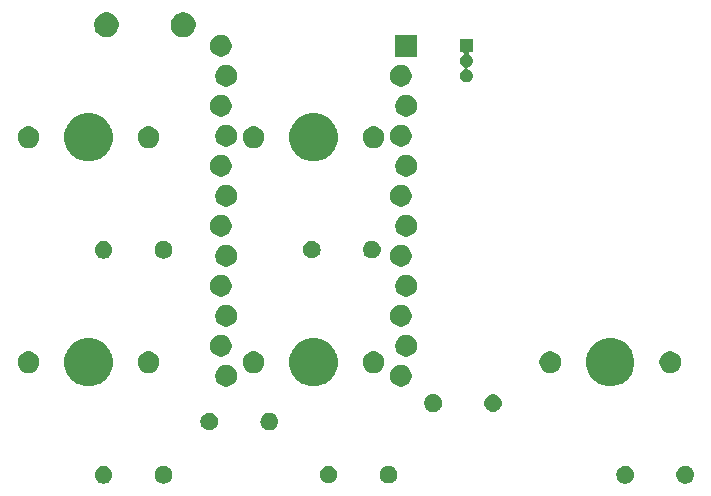
<source format=gbr>
G04 #@! TF.GenerationSoftware,KiCad,Pcbnew,(5.1.4)-1*
G04 #@! TF.CreationDate,2020-08-10T14:14:40+08:00*
G04 #@! TF.ProjectId,BentoPad,42656e74-6f50-4616-942e-6b696361645f,rev?*
G04 #@! TF.SameCoordinates,Original*
G04 #@! TF.FileFunction,Soldermask,Top*
G04 #@! TF.FilePolarity,Negative*
%FSLAX46Y46*%
G04 Gerber Fmt 4.6, Leading zero omitted, Abs format (unit mm)*
G04 Created by KiCad (PCBNEW (5.1.4)-1) date 2020-08-10 14:14:40*
%MOMM*%
%LPD*%
G04 APERTURE LIST*
%ADD10C,0.100000*%
G04 APERTURE END LIST*
D10*
G36*
X83073665Y-64552622D02*
G01*
X83147222Y-64559867D01*
X83288786Y-64602810D01*
X83288788Y-64602811D01*
X83348019Y-64634471D01*
X83419252Y-64672546D01*
X83449040Y-64696992D01*
X83533607Y-64766393D01*
X83603008Y-64850960D01*
X83627454Y-64880748D01*
X83697190Y-65011214D01*
X83740133Y-65152778D01*
X83754633Y-65300000D01*
X83740133Y-65447222D01*
X83697190Y-65588786D01*
X83627454Y-65719252D01*
X83603008Y-65749040D01*
X83533607Y-65833607D01*
X83473004Y-65883341D01*
X83419252Y-65927454D01*
X83419250Y-65927455D01*
X83307497Y-65987189D01*
X83288786Y-65997190D01*
X83147222Y-66040133D01*
X83073665Y-66047378D01*
X83036888Y-66051000D01*
X82963112Y-66051000D01*
X82926335Y-66047378D01*
X82852778Y-66040133D01*
X82711214Y-65997190D01*
X82692504Y-65987189D01*
X82580750Y-65927455D01*
X82580748Y-65927454D01*
X82526996Y-65883341D01*
X82466393Y-65833607D01*
X82396992Y-65749040D01*
X82372546Y-65719252D01*
X82302810Y-65588786D01*
X82259867Y-65447222D01*
X82245367Y-65300000D01*
X82259867Y-65152778D01*
X82302810Y-65011214D01*
X82372546Y-64880748D01*
X82396992Y-64850960D01*
X82466393Y-64766393D01*
X82550960Y-64696992D01*
X82580748Y-64672546D01*
X82651981Y-64634471D01*
X82711212Y-64602811D01*
X82711214Y-64602810D01*
X82852778Y-64559867D01*
X82926335Y-64552622D01*
X82963112Y-64549000D01*
X83036888Y-64549000D01*
X83073665Y-64552622D01*
X83073665Y-64552622D01*
G37*
G36*
X78139059Y-64577860D02*
G01*
X78199294Y-64602810D01*
X78275732Y-64634472D01*
X78398735Y-64716660D01*
X78503340Y-64821265D01*
X78585528Y-64944268D01*
X78585529Y-64944270D01*
X78642140Y-65080941D01*
X78671000Y-65226032D01*
X78671000Y-65373968D01*
X78658418Y-65437222D01*
X78642140Y-65519059D01*
X78585528Y-65655732D01*
X78503340Y-65778735D01*
X78398735Y-65883340D01*
X78275732Y-65965528D01*
X78275731Y-65965529D01*
X78275730Y-65965529D01*
X78139059Y-66022140D01*
X77993968Y-66051000D01*
X77846032Y-66051000D01*
X77700941Y-66022140D01*
X77564270Y-65965529D01*
X77564269Y-65965529D01*
X77564268Y-65965528D01*
X77441265Y-65883340D01*
X77336660Y-65778735D01*
X77254472Y-65655732D01*
X77197860Y-65519059D01*
X77181582Y-65437222D01*
X77169000Y-65373968D01*
X77169000Y-65226032D01*
X77197860Y-65080941D01*
X77254471Y-64944270D01*
X77254472Y-64944268D01*
X77336660Y-64821265D01*
X77441265Y-64716660D01*
X77564268Y-64634472D01*
X77640707Y-64602810D01*
X77700941Y-64577860D01*
X77846032Y-64549000D01*
X77993968Y-64549000D01*
X78139059Y-64577860D01*
X78139059Y-64577860D01*
G37*
G36*
X38893665Y-64552622D02*
G01*
X38967222Y-64559867D01*
X39108786Y-64602810D01*
X39108788Y-64602811D01*
X39168019Y-64634471D01*
X39239252Y-64672546D01*
X39269040Y-64696992D01*
X39353607Y-64766393D01*
X39423008Y-64850960D01*
X39447454Y-64880748D01*
X39517190Y-65011214D01*
X39560133Y-65152778D01*
X39574633Y-65300000D01*
X39560133Y-65447222D01*
X39517190Y-65588786D01*
X39447454Y-65719252D01*
X39423008Y-65749040D01*
X39353607Y-65833607D01*
X39293004Y-65883341D01*
X39239252Y-65927454D01*
X39239250Y-65927455D01*
X39127497Y-65987189D01*
X39108786Y-65997190D01*
X38967222Y-66040133D01*
X38893665Y-66047378D01*
X38856888Y-66051000D01*
X38783112Y-66051000D01*
X38746335Y-66047378D01*
X38672778Y-66040133D01*
X38531214Y-65997190D01*
X38512504Y-65987189D01*
X38400750Y-65927455D01*
X38400748Y-65927454D01*
X38346996Y-65883341D01*
X38286393Y-65833607D01*
X38216992Y-65749040D01*
X38192546Y-65719252D01*
X38122810Y-65588786D01*
X38079867Y-65447222D01*
X38065367Y-65300000D01*
X38079867Y-65152778D01*
X38122810Y-65011214D01*
X38192546Y-64880748D01*
X38216992Y-64850960D01*
X38286393Y-64766393D01*
X38370960Y-64696992D01*
X38400748Y-64672546D01*
X38471981Y-64634471D01*
X38531212Y-64602811D01*
X38531214Y-64602810D01*
X38672778Y-64559867D01*
X38746335Y-64552622D01*
X38783112Y-64549000D01*
X38856888Y-64549000D01*
X38893665Y-64552622D01*
X38893665Y-64552622D01*
G37*
G36*
X33959059Y-64577860D02*
G01*
X34019294Y-64602810D01*
X34095732Y-64634472D01*
X34218735Y-64716660D01*
X34323340Y-64821265D01*
X34405528Y-64944268D01*
X34405529Y-64944270D01*
X34462140Y-65080941D01*
X34491000Y-65226032D01*
X34491000Y-65373968D01*
X34478418Y-65437222D01*
X34462140Y-65519059D01*
X34405528Y-65655732D01*
X34323340Y-65778735D01*
X34218735Y-65883340D01*
X34095732Y-65965528D01*
X34095731Y-65965529D01*
X34095730Y-65965529D01*
X33959059Y-66022140D01*
X33813968Y-66051000D01*
X33666032Y-66051000D01*
X33520941Y-66022140D01*
X33384270Y-65965529D01*
X33384269Y-65965529D01*
X33384268Y-65965528D01*
X33261265Y-65883340D01*
X33156660Y-65778735D01*
X33074472Y-65655732D01*
X33017860Y-65519059D01*
X33001582Y-65437222D01*
X32989000Y-65373968D01*
X32989000Y-65226032D01*
X33017860Y-65080941D01*
X33074471Y-64944270D01*
X33074472Y-64944268D01*
X33156660Y-64821265D01*
X33261265Y-64716660D01*
X33384268Y-64634472D01*
X33460707Y-64602810D01*
X33520941Y-64577860D01*
X33666032Y-64549000D01*
X33813968Y-64549000D01*
X33959059Y-64577860D01*
X33959059Y-64577860D01*
G37*
G36*
X53009059Y-64567860D02*
G01*
X53093436Y-64602810D01*
X53145732Y-64624472D01*
X53268735Y-64706660D01*
X53373340Y-64811265D01*
X53419767Y-64880748D01*
X53455529Y-64934270D01*
X53512140Y-65070941D01*
X53528419Y-65152780D01*
X53541000Y-65216033D01*
X53541000Y-65363967D01*
X53512140Y-65509059D01*
X53455528Y-65645732D01*
X53373340Y-65768735D01*
X53268735Y-65873340D01*
X53145732Y-65955528D01*
X53145731Y-65955529D01*
X53145730Y-65955529D01*
X53009059Y-66012140D01*
X52863968Y-66041000D01*
X52716032Y-66041000D01*
X52570941Y-66012140D01*
X52434270Y-65955529D01*
X52434269Y-65955529D01*
X52434268Y-65955528D01*
X52311265Y-65873340D01*
X52206660Y-65768735D01*
X52124472Y-65645732D01*
X52067860Y-65509059D01*
X52039000Y-65363967D01*
X52039000Y-65216033D01*
X52051582Y-65152780D01*
X52067860Y-65070941D01*
X52124471Y-64934270D01*
X52160233Y-64880748D01*
X52206660Y-64811265D01*
X52311265Y-64706660D01*
X52434268Y-64624472D01*
X52486565Y-64602810D01*
X52570941Y-64567860D01*
X52716032Y-64539000D01*
X52863968Y-64539000D01*
X53009059Y-64567860D01*
X53009059Y-64567860D01*
G37*
G36*
X57943665Y-64542622D02*
G01*
X58017222Y-64549867D01*
X58158786Y-64592810D01*
X58158788Y-64592811D01*
X58218019Y-64624471D01*
X58289252Y-64662546D01*
X58301437Y-64672546D01*
X58403607Y-64756393D01*
X58456846Y-64821267D01*
X58497454Y-64870748D01*
X58567190Y-65001214D01*
X58610133Y-65142778D01*
X58624633Y-65290000D01*
X58610133Y-65437222D01*
X58567190Y-65578786D01*
X58497454Y-65709252D01*
X58489247Y-65719252D01*
X58403607Y-65823607D01*
X58343004Y-65873341D01*
X58289252Y-65917454D01*
X58224019Y-65952322D01*
X58199313Y-65965528D01*
X58158786Y-65987190D01*
X58017222Y-66030133D01*
X57943665Y-66037378D01*
X57906888Y-66041000D01*
X57833112Y-66041000D01*
X57796335Y-66037378D01*
X57722778Y-66030133D01*
X57581214Y-65987190D01*
X57540688Y-65965528D01*
X57515981Y-65952322D01*
X57450748Y-65917454D01*
X57396996Y-65873341D01*
X57336393Y-65823607D01*
X57250753Y-65719252D01*
X57242546Y-65709252D01*
X57172810Y-65578786D01*
X57129867Y-65437222D01*
X57115367Y-65290000D01*
X57129867Y-65142778D01*
X57172810Y-65001214D01*
X57242546Y-64870748D01*
X57283154Y-64821267D01*
X57336393Y-64756393D01*
X57438563Y-64672546D01*
X57450748Y-64662546D01*
X57521981Y-64624471D01*
X57581212Y-64592811D01*
X57581214Y-64592810D01*
X57722778Y-64549867D01*
X57796335Y-64542622D01*
X57833112Y-64539000D01*
X57906888Y-64539000D01*
X57943665Y-64542622D01*
X57943665Y-64542622D01*
G37*
G36*
X47853665Y-60052622D02*
G01*
X47927222Y-60059867D01*
X48068786Y-60102810D01*
X48199252Y-60172546D01*
X48229040Y-60196992D01*
X48313607Y-60266393D01*
X48383008Y-60350960D01*
X48407454Y-60380748D01*
X48477190Y-60511214D01*
X48520133Y-60652778D01*
X48534633Y-60800000D01*
X48520133Y-60947222D01*
X48477190Y-61088786D01*
X48407454Y-61219252D01*
X48383008Y-61249040D01*
X48313607Y-61333607D01*
X48253004Y-61383341D01*
X48199252Y-61427454D01*
X48068786Y-61497190D01*
X47927222Y-61540133D01*
X47853665Y-61547378D01*
X47816888Y-61551000D01*
X47743112Y-61551000D01*
X47706335Y-61547378D01*
X47632778Y-61540133D01*
X47491214Y-61497190D01*
X47360748Y-61427454D01*
X47306996Y-61383341D01*
X47246393Y-61333607D01*
X47176992Y-61249040D01*
X47152546Y-61219252D01*
X47082810Y-61088786D01*
X47039867Y-60947222D01*
X47025367Y-60800000D01*
X47039867Y-60652778D01*
X47082810Y-60511214D01*
X47152546Y-60380748D01*
X47176992Y-60350960D01*
X47246393Y-60266393D01*
X47330960Y-60196992D01*
X47360748Y-60172546D01*
X47491214Y-60102810D01*
X47632778Y-60059867D01*
X47706335Y-60052622D01*
X47743112Y-60049000D01*
X47816888Y-60049000D01*
X47853665Y-60052622D01*
X47853665Y-60052622D01*
G37*
G36*
X42919059Y-60077860D02*
G01*
X42979294Y-60102810D01*
X43055732Y-60134472D01*
X43178735Y-60216660D01*
X43283340Y-60321265D01*
X43365528Y-60444268D01*
X43422140Y-60580941D01*
X43451000Y-60726033D01*
X43451000Y-60873967D01*
X43422140Y-61019059D01*
X43365528Y-61155732D01*
X43283340Y-61278735D01*
X43178735Y-61383340D01*
X43055732Y-61465528D01*
X43055731Y-61465529D01*
X43055730Y-61465529D01*
X42919059Y-61522140D01*
X42773968Y-61551000D01*
X42626032Y-61551000D01*
X42480941Y-61522140D01*
X42344270Y-61465529D01*
X42344269Y-61465529D01*
X42344268Y-61465528D01*
X42221265Y-61383340D01*
X42116660Y-61278735D01*
X42034472Y-61155732D01*
X41977860Y-61019059D01*
X41949000Y-60873967D01*
X41949000Y-60726033D01*
X41977860Y-60580941D01*
X42034472Y-60444268D01*
X42116660Y-60321265D01*
X42221265Y-60216660D01*
X42344268Y-60134472D01*
X42420707Y-60102810D01*
X42480941Y-60077860D01*
X42626032Y-60049000D01*
X42773968Y-60049000D01*
X42919059Y-60077860D01*
X42919059Y-60077860D01*
G37*
G36*
X61869059Y-58507860D02*
G01*
X61929294Y-58532810D01*
X62005732Y-58564472D01*
X62128735Y-58646660D01*
X62233340Y-58751265D01*
X62315528Y-58874268D01*
X62372140Y-59010941D01*
X62401000Y-59156033D01*
X62401000Y-59303967D01*
X62372140Y-59449059D01*
X62315528Y-59585732D01*
X62233340Y-59708735D01*
X62128735Y-59813340D01*
X62005732Y-59895528D01*
X62005731Y-59895529D01*
X62005730Y-59895529D01*
X61869059Y-59952140D01*
X61723968Y-59981000D01*
X61576032Y-59981000D01*
X61430941Y-59952140D01*
X61294270Y-59895529D01*
X61294269Y-59895529D01*
X61294268Y-59895528D01*
X61171265Y-59813340D01*
X61066660Y-59708735D01*
X60984472Y-59585732D01*
X60927860Y-59449059D01*
X60899000Y-59303967D01*
X60899000Y-59156033D01*
X60927860Y-59010941D01*
X60984472Y-58874268D01*
X61066660Y-58751265D01*
X61171265Y-58646660D01*
X61294268Y-58564472D01*
X61370707Y-58532810D01*
X61430941Y-58507860D01*
X61576032Y-58479000D01*
X61723968Y-58479000D01*
X61869059Y-58507860D01*
X61869059Y-58507860D01*
G37*
G36*
X66803665Y-58482622D02*
G01*
X66877222Y-58489867D01*
X67018786Y-58532810D01*
X67149252Y-58602546D01*
X67179040Y-58626992D01*
X67263607Y-58696393D01*
X67333008Y-58780960D01*
X67357454Y-58810748D01*
X67427190Y-58941214D01*
X67470133Y-59082778D01*
X67484633Y-59230000D01*
X67470133Y-59377222D01*
X67427190Y-59518786D01*
X67357454Y-59649252D01*
X67333008Y-59679040D01*
X67263607Y-59763607D01*
X67203004Y-59813341D01*
X67149252Y-59857454D01*
X67018786Y-59927190D01*
X66877222Y-59970133D01*
X66803665Y-59977378D01*
X66766888Y-59981000D01*
X66693112Y-59981000D01*
X66656335Y-59977378D01*
X66582778Y-59970133D01*
X66441214Y-59927190D01*
X66310748Y-59857454D01*
X66256996Y-59813341D01*
X66196393Y-59763607D01*
X66126992Y-59679040D01*
X66102546Y-59649252D01*
X66032810Y-59518786D01*
X65989867Y-59377222D01*
X65975367Y-59230000D01*
X65989867Y-59082778D01*
X66032810Y-58941214D01*
X66102546Y-58810748D01*
X66126992Y-58780960D01*
X66196393Y-58696393D01*
X66280960Y-58626992D01*
X66310748Y-58602546D01*
X66441214Y-58532810D01*
X66582778Y-58489867D01*
X66656335Y-58482622D01*
X66693112Y-58479000D01*
X66766888Y-58479000D01*
X66803665Y-58482622D01*
X66803665Y-58482622D01*
G37*
G36*
X44404083Y-56028335D02*
G01*
X44572840Y-56098236D01*
X44724718Y-56199718D01*
X44853882Y-56328882D01*
X44955364Y-56480760D01*
X45025265Y-56649517D01*
X45060900Y-56828668D01*
X45060900Y-57011332D01*
X45025265Y-57190483D01*
X44955364Y-57359240D01*
X44853882Y-57511118D01*
X44724718Y-57640282D01*
X44572840Y-57741764D01*
X44404083Y-57811665D01*
X44224932Y-57847300D01*
X44042268Y-57847300D01*
X43863117Y-57811665D01*
X43694360Y-57741764D01*
X43542482Y-57640282D01*
X43413318Y-57511118D01*
X43311836Y-57359240D01*
X43241935Y-57190483D01*
X43206300Y-57011332D01*
X43206300Y-56828668D01*
X43241935Y-56649517D01*
X43311836Y-56480760D01*
X43413318Y-56328882D01*
X43542482Y-56199718D01*
X43694360Y-56098236D01*
X43863117Y-56028335D01*
X44042268Y-55992700D01*
X44224932Y-55992700D01*
X44404083Y-56028335D01*
X44404083Y-56028335D01*
G37*
G36*
X59186883Y-56028335D02*
G01*
X59355640Y-56098236D01*
X59507518Y-56199718D01*
X59636682Y-56328882D01*
X59738164Y-56480760D01*
X59808065Y-56649517D01*
X59843700Y-56828668D01*
X59843700Y-57011332D01*
X59808065Y-57190483D01*
X59738164Y-57359240D01*
X59636682Y-57511118D01*
X59507518Y-57640282D01*
X59355640Y-57741764D01*
X59186883Y-57811665D01*
X59007732Y-57847300D01*
X58825068Y-57847300D01*
X58645917Y-57811665D01*
X58477160Y-57741764D01*
X58325282Y-57640282D01*
X58196118Y-57511118D01*
X58094636Y-57359240D01*
X58024735Y-57190483D01*
X57989100Y-57011332D01*
X57989100Y-56828668D01*
X58024735Y-56649517D01*
X58094636Y-56480760D01*
X58196118Y-56328882D01*
X58325282Y-56199718D01*
X58477160Y-56098236D01*
X58645917Y-56028335D01*
X58825068Y-55992700D01*
X59007732Y-55992700D01*
X59186883Y-56028335D01*
X59186883Y-56028335D01*
G37*
G36*
X33071474Y-53808684D02*
G01*
X33289474Y-53898983D01*
X33443623Y-53962833D01*
X33778548Y-54186623D01*
X34063377Y-54471452D01*
X34287167Y-54806377D01*
X34319562Y-54884586D01*
X34441316Y-55178526D01*
X34519900Y-55573594D01*
X34519900Y-55976406D01*
X34441316Y-56371474D01*
X34390451Y-56494272D01*
X34287167Y-56743623D01*
X34063377Y-57078548D01*
X33778548Y-57363377D01*
X33443623Y-57587167D01*
X33315394Y-57640281D01*
X33071474Y-57741316D01*
X32676406Y-57819900D01*
X32273594Y-57819900D01*
X31878526Y-57741316D01*
X31634606Y-57640281D01*
X31506377Y-57587167D01*
X31171452Y-57363377D01*
X30886623Y-57078548D01*
X30662833Y-56743623D01*
X30559549Y-56494272D01*
X30508684Y-56371474D01*
X30430100Y-55976406D01*
X30430100Y-55573594D01*
X30508684Y-55178526D01*
X30630438Y-54884586D01*
X30662833Y-54806377D01*
X30886623Y-54471452D01*
X31171452Y-54186623D01*
X31506377Y-53962833D01*
X31660526Y-53898983D01*
X31878526Y-53808684D01*
X32273594Y-53730100D01*
X32676406Y-53730100D01*
X33071474Y-53808684D01*
X33071474Y-53808684D01*
G37*
G36*
X52121474Y-53808684D02*
G01*
X52339474Y-53898983D01*
X52493623Y-53962833D01*
X52828548Y-54186623D01*
X53113377Y-54471452D01*
X53337167Y-54806377D01*
X53369562Y-54884586D01*
X53491316Y-55178526D01*
X53569900Y-55573594D01*
X53569900Y-55976406D01*
X53491316Y-56371474D01*
X53440451Y-56494272D01*
X53337167Y-56743623D01*
X53113377Y-57078548D01*
X52828548Y-57363377D01*
X52493623Y-57587167D01*
X52365394Y-57640281D01*
X52121474Y-57741316D01*
X51726406Y-57819900D01*
X51323594Y-57819900D01*
X50928526Y-57741316D01*
X50684606Y-57640281D01*
X50556377Y-57587167D01*
X50221452Y-57363377D01*
X49936623Y-57078548D01*
X49712833Y-56743623D01*
X49609549Y-56494272D01*
X49558684Y-56371474D01*
X49480100Y-55976406D01*
X49480100Y-55573594D01*
X49558684Y-55178526D01*
X49680438Y-54884586D01*
X49712833Y-54806377D01*
X49936623Y-54471452D01*
X50221452Y-54186623D01*
X50556377Y-53962833D01*
X50710526Y-53898983D01*
X50928526Y-53808684D01*
X51323594Y-53730100D01*
X51726406Y-53730100D01*
X52121474Y-53808684D01*
X52121474Y-53808684D01*
G37*
G36*
X77246474Y-53808684D02*
G01*
X77464474Y-53898983D01*
X77618623Y-53962833D01*
X77953548Y-54186623D01*
X78238377Y-54471452D01*
X78462167Y-54806377D01*
X78494562Y-54884586D01*
X78616316Y-55178526D01*
X78694900Y-55573594D01*
X78694900Y-55976406D01*
X78616316Y-56371474D01*
X78565451Y-56494272D01*
X78462167Y-56743623D01*
X78238377Y-57078548D01*
X77953548Y-57363377D01*
X77618623Y-57587167D01*
X77490394Y-57640281D01*
X77246474Y-57741316D01*
X76851406Y-57819900D01*
X76448594Y-57819900D01*
X76053526Y-57741316D01*
X75809606Y-57640281D01*
X75681377Y-57587167D01*
X75346452Y-57363377D01*
X75061623Y-57078548D01*
X74837833Y-56743623D01*
X74734549Y-56494272D01*
X74683684Y-56371474D01*
X74605100Y-55976406D01*
X74605100Y-55573594D01*
X74683684Y-55178526D01*
X74805438Y-54884586D01*
X74837833Y-54806377D01*
X75061623Y-54471452D01*
X75346452Y-54186623D01*
X75681377Y-53962833D01*
X75835526Y-53898983D01*
X76053526Y-53808684D01*
X76448594Y-53730100D01*
X76851406Y-53730100D01*
X77246474Y-53808684D01*
X77246474Y-53808684D01*
G37*
G36*
X37825104Y-54884585D02*
G01*
X37993626Y-54954389D01*
X38145291Y-55055728D01*
X38274272Y-55184709D01*
X38375611Y-55336374D01*
X38445415Y-55504896D01*
X38481000Y-55683797D01*
X38481000Y-55866203D01*
X38445415Y-56045104D01*
X38375611Y-56213626D01*
X38274272Y-56365291D01*
X38145291Y-56494272D01*
X37993626Y-56595611D01*
X37825104Y-56665415D01*
X37646203Y-56701000D01*
X37463797Y-56701000D01*
X37284896Y-56665415D01*
X37116374Y-56595611D01*
X36964709Y-56494272D01*
X36835728Y-56365291D01*
X36734389Y-56213626D01*
X36664585Y-56045104D01*
X36629000Y-55866203D01*
X36629000Y-55683797D01*
X36664585Y-55504896D01*
X36734389Y-55336374D01*
X36835728Y-55184709D01*
X36964709Y-55055728D01*
X37116374Y-54954389D01*
X37284896Y-54884585D01*
X37463797Y-54849000D01*
X37646203Y-54849000D01*
X37825104Y-54884585D01*
X37825104Y-54884585D01*
G37*
G36*
X46715104Y-54884585D02*
G01*
X46883626Y-54954389D01*
X47035291Y-55055728D01*
X47164272Y-55184709D01*
X47265611Y-55336374D01*
X47335415Y-55504896D01*
X47371000Y-55683797D01*
X47371000Y-55866203D01*
X47335415Y-56045104D01*
X47265611Y-56213626D01*
X47164272Y-56365291D01*
X47035291Y-56494272D01*
X46883626Y-56595611D01*
X46715104Y-56665415D01*
X46536203Y-56701000D01*
X46353797Y-56701000D01*
X46174896Y-56665415D01*
X46006374Y-56595611D01*
X45854709Y-56494272D01*
X45725728Y-56365291D01*
X45624389Y-56213626D01*
X45554585Y-56045104D01*
X45519000Y-55866203D01*
X45519000Y-55683797D01*
X45554585Y-55504896D01*
X45624389Y-55336374D01*
X45725728Y-55184709D01*
X45854709Y-55055728D01*
X46006374Y-54954389D01*
X46174896Y-54884585D01*
X46353797Y-54849000D01*
X46536203Y-54849000D01*
X46715104Y-54884585D01*
X46715104Y-54884585D01*
G37*
G36*
X27665104Y-54884585D02*
G01*
X27833626Y-54954389D01*
X27985291Y-55055728D01*
X28114272Y-55184709D01*
X28215611Y-55336374D01*
X28285415Y-55504896D01*
X28321000Y-55683797D01*
X28321000Y-55866203D01*
X28285415Y-56045104D01*
X28215611Y-56213626D01*
X28114272Y-56365291D01*
X27985291Y-56494272D01*
X27833626Y-56595611D01*
X27665104Y-56665415D01*
X27486203Y-56701000D01*
X27303797Y-56701000D01*
X27124896Y-56665415D01*
X26956374Y-56595611D01*
X26804709Y-56494272D01*
X26675728Y-56365291D01*
X26574389Y-56213626D01*
X26504585Y-56045104D01*
X26469000Y-55866203D01*
X26469000Y-55683797D01*
X26504585Y-55504896D01*
X26574389Y-55336374D01*
X26675728Y-55184709D01*
X26804709Y-55055728D01*
X26956374Y-54954389D01*
X27124896Y-54884585D01*
X27303797Y-54849000D01*
X27486203Y-54849000D01*
X27665104Y-54884585D01*
X27665104Y-54884585D01*
G37*
G36*
X56875104Y-54884585D02*
G01*
X57043626Y-54954389D01*
X57195291Y-55055728D01*
X57324272Y-55184709D01*
X57425611Y-55336374D01*
X57495415Y-55504896D01*
X57531000Y-55683797D01*
X57531000Y-55866203D01*
X57495415Y-56045104D01*
X57425611Y-56213626D01*
X57324272Y-56365291D01*
X57195291Y-56494272D01*
X57043626Y-56595611D01*
X56875104Y-56665415D01*
X56696203Y-56701000D01*
X56513797Y-56701000D01*
X56334896Y-56665415D01*
X56166374Y-56595611D01*
X56014709Y-56494272D01*
X55885728Y-56365291D01*
X55784389Y-56213626D01*
X55714585Y-56045104D01*
X55679000Y-55866203D01*
X55679000Y-55683797D01*
X55714585Y-55504896D01*
X55784389Y-55336374D01*
X55885728Y-55184709D01*
X56014709Y-55055728D01*
X56166374Y-54954389D01*
X56334896Y-54884585D01*
X56513797Y-54849000D01*
X56696203Y-54849000D01*
X56875104Y-54884585D01*
X56875104Y-54884585D01*
G37*
G36*
X71840104Y-54884585D02*
G01*
X72008626Y-54954389D01*
X72160291Y-55055728D01*
X72289272Y-55184709D01*
X72390611Y-55336374D01*
X72460415Y-55504896D01*
X72496000Y-55683797D01*
X72496000Y-55866203D01*
X72460415Y-56045104D01*
X72390611Y-56213626D01*
X72289272Y-56365291D01*
X72160291Y-56494272D01*
X72008626Y-56595611D01*
X71840104Y-56665415D01*
X71661203Y-56701000D01*
X71478797Y-56701000D01*
X71299896Y-56665415D01*
X71131374Y-56595611D01*
X70979709Y-56494272D01*
X70850728Y-56365291D01*
X70749389Y-56213626D01*
X70679585Y-56045104D01*
X70644000Y-55866203D01*
X70644000Y-55683797D01*
X70679585Y-55504896D01*
X70749389Y-55336374D01*
X70850728Y-55184709D01*
X70979709Y-55055728D01*
X71131374Y-54954389D01*
X71299896Y-54884585D01*
X71478797Y-54849000D01*
X71661203Y-54849000D01*
X71840104Y-54884585D01*
X71840104Y-54884585D01*
G37*
G36*
X82000104Y-54884585D02*
G01*
X82168626Y-54954389D01*
X82320291Y-55055728D01*
X82449272Y-55184709D01*
X82550611Y-55336374D01*
X82620415Y-55504896D01*
X82656000Y-55683797D01*
X82656000Y-55866203D01*
X82620415Y-56045104D01*
X82550611Y-56213626D01*
X82449272Y-56365291D01*
X82320291Y-56494272D01*
X82168626Y-56595611D01*
X82000104Y-56665415D01*
X81821203Y-56701000D01*
X81638797Y-56701000D01*
X81459896Y-56665415D01*
X81291374Y-56595611D01*
X81139709Y-56494272D01*
X81010728Y-56365291D01*
X80909389Y-56213626D01*
X80839585Y-56045104D01*
X80804000Y-55866203D01*
X80804000Y-55683797D01*
X80839585Y-55504896D01*
X80909389Y-55336374D01*
X81010728Y-55184709D01*
X81139709Y-55055728D01*
X81291374Y-54954389D01*
X81459896Y-54884585D01*
X81638797Y-54849000D01*
X81821203Y-54849000D01*
X82000104Y-54884585D01*
X82000104Y-54884585D01*
G37*
G36*
X43946883Y-53488335D02*
G01*
X44115640Y-53558236D01*
X44267518Y-53659718D01*
X44396682Y-53788882D01*
X44498164Y-53940760D01*
X44568065Y-54109517D01*
X44603700Y-54288668D01*
X44603700Y-54471332D01*
X44568065Y-54650483D01*
X44498164Y-54819240D01*
X44396682Y-54971118D01*
X44267518Y-55100282D01*
X44115640Y-55201764D01*
X43946883Y-55271665D01*
X43767732Y-55307300D01*
X43585068Y-55307300D01*
X43405917Y-55271665D01*
X43237160Y-55201764D01*
X43085282Y-55100282D01*
X42956118Y-54971118D01*
X42854636Y-54819240D01*
X42784735Y-54650483D01*
X42749100Y-54471332D01*
X42749100Y-54288668D01*
X42784735Y-54109517D01*
X42854636Y-53940760D01*
X42956118Y-53788882D01*
X43085282Y-53659718D01*
X43237160Y-53558236D01*
X43405917Y-53488335D01*
X43585068Y-53452700D01*
X43767732Y-53452700D01*
X43946883Y-53488335D01*
X43946883Y-53488335D01*
G37*
G36*
X59644083Y-53488335D02*
G01*
X59812840Y-53558236D01*
X59964718Y-53659718D01*
X60093882Y-53788882D01*
X60195364Y-53940760D01*
X60265265Y-54109517D01*
X60300900Y-54288668D01*
X60300900Y-54471332D01*
X60265265Y-54650483D01*
X60195364Y-54819240D01*
X60093882Y-54971118D01*
X59964718Y-55100282D01*
X59812840Y-55201764D01*
X59644083Y-55271665D01*
X59464932Y-55307300D01*
X59282268Y-55307300D01*
X59103117Y-55271665D01*
X58934360Y-55201764D01*
X58782482Y-55100282D01*
X58653318Y-54971118D01*
X58551836Y-54819240D01*
X58481935Y-54650483D01*
X58446300Y-54471332D01*
X58446300Y-54288668D01*
X58481935Y-54109517D01*
X58551836Y-53940760D01*
X58653318Y-53788882D01*
X58782482Y-53659718D01*
X58934360Y-53558236D01*
X59103117Y-53488335D01*
X59282268Y-53452700D01*
X59464932Y-53452700D01*
X59644083Y-53488335D01*
X59644083Y-53488335D01*
G37*
G36*
X59186883Y-50948335D02*
G01*
X59355640Y-51018236D01*
X59507518Y-51119718D01*
X59636682Y-51248882D01*
X59738164Y-51400760D01*
X59808065Y-51569517D01*
X59843700Y-51748668D01*
X59843700Y-51931332D01*
X59808065Y-52110483D01*
X59738164Y-52279240D01*
X59636682Y-52431118D01*
X59507518Y-52560282D01*
X59355640Y-52661764D01*
X59186883Y-52731665D01*
X59007732Y-52767300D01*
X58825068Y-52767300D01*
X58645917Y-52731665D01*
X58477160Y-52661764D01*
X58325282Y-52560282D01*
X58196118Y-52431118D01*
X58094636Y-52279240D01*
X58024735Y-52110483D01*
X57989100Y-51931332D01*
X57989100Y-51748668D01*
X58024735Y-51569517D01*
X58094636Y-51400760D01*
X58196118Y-51248882D01*
X58325282Y-51119718D01*
X58477160Y-51018236D01*
X58645917Y-50948335D01*
X58825068Y-50912700D01*
X59007732Y-50912700D01*
X59186883Y-50948335D01*
X59186883Y-50948335D01*
G37*
G36*
X44404083Y-50948335D02*
G01*
X44572840Y-51018236D01*
X44724718Y-51119718D01*
X44853882Y-51248882D01*
X44955364Y-51400760D01*
X45025265Y-51569517D01*
X45060900Y-51748668D01*
X45060900Y-51931332D01*
X45025265Y-52110483D01*
X44955364Y-52279240D01*
X44853882Y-52431118D01*
X44724718Y-52560282D01*
X44572840Y-52661764D01*
X44404083Y-52731665D01*
X44224932Y-52767300D01*
X44042268Y-52767300D01*
X43863117Y-52731665D01*
X43694360Y-52661764D01*
X43542482Y-52560282D01*
X43413318Y-52431118D01*
X43311836Y-52279240D01*
X43241935Y-52110483D01*
X43206300Y-51931332D01*
X43206300Y-51748668D01*
X43241935Y-51569517D01*
X43311836Y-51400760D01*
X43413318Y-51248882D01*
X43542482Y-51119718D01*
X43694360Y-51018236D01*
X43863117Y-50948335D01*
X44042268Y-50912700D01*
X44224932Y-50912700D01*
X44404083Y-50948335D01*
X44404083Y-50948335D01*
G37*
G36*
X59644083Y-48408335D02*
G01*
X59812840Y-48478236D01*
X59964718Y-48579718D01*
X60093882Y-48708882D01*
X60195364Y-48860760D01*
X60265265Y-49029517D01*
X60300900Y-49208668D01*
X60300900Y-49391332D01*
X60265265Y-49570483D01*
X60195364Y-49739240D01*
X60093882Y-49891118D01*
X59964718Y-50020282D01*
X59812840Y-50121764D01*
X59644083Y-50191665D01*
X59464932Y-50227300D01*
X59282268Y-50227300D01*
X59103117Y-50191665D01*
X58934360Y-50121764D01*
X58782482Y-50020282D01*
X58653318Y-49891118D01*
X58551836Y-49739240D01*
X58481935Y-49570483D01*
X58446300Y-49391332D01*
X58446300Y-49208668D01*
X58481935Y-49029517D01*
X58551836Y-48860760D01*
X58653318Y-48708882D01*
X58782482Y-48579718D01*
X58934360Y-48478236D01*
X59103117Y-48408335D01*
X59282268Y-48372700D01*
X59464932Y-48372700D01*
X59644083Y-48408335D01*
X59644083Y-48408335D01*
G37*
G36*
X43946883Y-48408335D02*
G01*
X44115640Y-48478236D01*
X44267518Y-48579718D01*
X44396682Y-48708882D01*
X44498164Y-48860760D01*
X44568065Y-49029517D01*
X44603700Y-49208668D01*
X44603700Y-49391332D01*
X44568065Y-49570483D01*
X44498164Y-49739240D01*
X44396682Y-49891118D01*
X44267518Y-50020282D01*
X44115640Y-50121764D01*
X43946883Y-50191665D01*
X43767732Y-50227300D01*
X43585068Y-50227300D01*
X43405917Y-50191665D01*
X43237160Y-50121764D01*
X43085282Y-50020282D01*
X42956118Y-49891118D01*
X42854636Y-49739240D01*
X42784735Y-49570483D01*
X42749100Y-49391332D01*
X42749100Y-49208668D01*
X42784735Y-49029517D01*
X42854636Y-48860760D01*
X42956118Y-48708882D01*
X43085282Y-48579718D01*
X43237160Y-48478236D01*
X43405917Y-48408335D01*
X43585068Y-48372700D01*
X43767732Y-48372700D01*
X43946883Y-48408335D01*
X43946883Y-48408335D01*
G37*
G36*
X44404083Y-45868335D02*
G01*
X44572840Y-45938236D01*
X44724718Y-46039718D01*
X44853882Y-46168882D01*
X44955364Y-46320760D01*
X45025265Y-46489517D01*
X45060900Y-46668668D01*
X45060900Y-46851332D01*
X45025265Y-47030483D01*
X44955364Y-47199240D01*
X44853882Y-47351118D01*
X44724718Y-47480282D01*
X44572840Y-47581764D01*
X44404083Y-47651665D01*
X44224932Y-47687300D01*
X44042268Y-47687300D01*
X43863117Y-47651665D01*
X43694360Y-47581764D01*
X43542482Y-47480282D01*
X43413318Y-47351118D01*
X43311836Y-47199240D01*
X43241935Y-47030483D01*
X43206300Y-46851332D01*
X43206300Y-46668668D01*
X43241935Y-46489517D01*
X43311836Y-46320760D01*
X43413318Y-46168882D01*
X43542482Y-46039718D01*
X43694360Y-45938236D01*
X43863117Y-45868335D01*
X44042268Y-45832700D01*
X44224932Y-45832700D01*
X44404083Y-45868335D01*
X44404083Y-45868335D01*
G37*
G36*
X59186883Y-45868335D02*
G01*
X59355640Y-45938236D01*
X59507518Y-46039718D01*
X59636682Y-46168882D01*
X59738164Y-46320760D01*
X59808065Y-46489517D01*
X59843700Y-46668668D01*
X59843700Y-46851332D01*
X59808065Y-47030483D01*
X59738164Y-47199240D01*
X59636682Y-47351118D01*
X59507518Y-47480282D01*
X59355640Y-47581764D01*
X59186883Y-47651665D01*
X59007732Y-47687300D01*
X58825068Y-47687300D01*
X58645917Y-47651665D01*
X58477160Y-47581764D01*
X58325282Y-47480282D01*
X58196118Y-47351118D01*
X58094636Y-47199240D01*
X58024735Y-47030483D01*
X57989100Y-46851332D01*
X57989100Y-46668668D01*
X58024735Y-46489517D01*
X58094636Y-46320760D01*
X58196118Y-46168882D01*
X58325282Y-46039718D01*
X58477160Y-45938236D01*
X58645917Y-45868335D01*
X58825068Y-45832700D01*
X59007732Y-45832700D01*
X59186883Y-45868335D01*
X59186883Y-45868335D01*
G37*
G36*
X38893665Y-45502622D02*
G01*
X38967222Y-45509867D01*
X39108786Y-45552810D01*
X39108788Y-45552811D01*
X39168019Y-45584471D01*
X39239252Y-45622546D01*
X39269040Y-45646992D01*
X39353607Y-45716393D01*
X39423008Y-45800960D01*
X39447454Y-45830748D01*
X39517190Y-45961214D01*
X39560133Y-46102778D01*
X39574633Y-46250000D01*
X39560133Y-46397222D01*
X39517190Y-46538786D01*
X39447454Y-46669252D01*
X39423008Y-46699040D01*
X39353607Y-46783607D01*
X39293004Y-46833341D01*
X39239252Y-46877454D01*
X39239250Y-46877455D01*
X39127497Y-46937189D01*
X39108786Y-46947190D01*
X38967222Y-46990133D01*
X38893665Y-46997378D01*
X38856888Y-47001000D01*
X38783112Y-47001000D01*
X38746335Y-46997378D01*
X38672778Y-46990133D01*
X38531214Y-46947190D01*
X38512504Y-46937189D01*
X38400750Y-46877455D01*
X38400748Y-46877454D01*
X38346996Y-46833341D01*
X38286393Y-46783607D01*
X38216992Y-46699040D01*
X38192546Y-46669252D01*
X38122810Y-46538786D01*
X38079867Y-46397222D01*
X38065367Y-46250000D01*
X38079867Y-46102778D01*
X38122810Y-45961214D01*
X38192546Y-45830748D01*
X38216992Y-45800960D01*
X38286393Y-45716393D01*
X38370960Y-45646992D01*
X38400748Y-45622546D01*
X38471981Y-45584471D01*
X38531212Y-45552811D01*
X38531214Y-45552810D01*
X38672778Y-45509867D01*
X38746335Y-45502622D01*
X38783112Y-45499000D01*
X38856888Y-45499000D01*
X38893665Y-45502622D01*
X38893665Y-45502622D01*
G37*
G36*
X33959059Y-45527860D02*
G01*
X34019294Y-45552810D01*
X34095732Y-45584472D01*
X34218735Y-45666660D01*
X34323340Y-45771265D01*
X34405528Y-45894268D01*
X34405529Y-45894270D01*
X34462140Y-46030941D01*
X34491000Y-46176032D01*
X34491000Y-46323968D01*
X34478418Y-46387222D01*
X34462140Y-46469059D01*
X34405528Y-46605732D01*
X34323340Y-46728735D01*
X34218735Y-46833340D01*
X34095732Y-46915528D01*
X34095731Y-46915529D01*
X34095730Y-46915529D01*
X33959059Y-46972140D01*
X33813968Y-47001000D01*
X33666032Y-47001000D01*
X33520941Y-46972140D01*
X33384270Y-46915529D01*
X33384269Y-46915529D01*
X33384268Y-46915528D01*
X33261265Y-46833340D01*
X33156660Y-46728735D01*
X33074472Y-46605732D01*
X33017860Y-46469059D01*
X33001582Y-46387222D01*
X32989000Y-46323968D01*
X32989000Y-46176032D01*
X33017860Y-46030941D01*
X33074471Y-45894270D01*
X33074472Y-45894268D01*
X33156660Y-45771265D01*
X33261265Y-45666660D01*
X33384268Y-45584472D01*
X33460707Y-45552810D01*
X33520941Y-45527860D01*
X33666032Y-45499000D01*
X33813968Y-45499000D01*
X33959059Y-45527860D01*
X33959059Y-45527860D01*
G37*
G36*
X56533665Y-45492622D02*
G01*
X56607222Y-45499867D01*
X56748786Y-45542810D01*
X56748788Y-45542811D01*
X56808019Y-45574471D01*
X56879252Y-45612546D01*
X56891437Y-45622546D01*
X56993607Y-45706393D01*
X57046846Y-45771267D01*
X57087454Y-45820748D01*
X57157190Y-45951214D01*
X57200133Y-46092778D01*
X57214633Y-46240000D01*
X57200133Y-46387222D01*
X57157190Y-46528786D01*
X57087454Y-46659252D01*
X57079247Y-46669252D01*
X56993607Y-46773607D01*
X56933004Y-46823341D01*
X56879252Y-46867454D01*
X56814019Y-46902322D01*
X56789313Y-46915528D01*
X56748786Y-46937190D01*
X56607222Y-46980133D01*
X56533665Y-46987378D01*
X56496888Y-46991000D01*
X56423112Y-46991000D01*
X56386335Y-46987378D01*
X56312778Y-46980133D01*
X56171214Y-46937190D01*
X56130688Y-46915528D01*
X56105981Y-46902322D01*
X56040748Y-46867454D01*
X55986996Y-46823341D01*
X55926393Y-46773607D01*
X55840753Y-46669252D01*
X55832546Y-46659252D01*
X55762810Y-46528786D01*
X55719867Y-46387222D01*
X55705367Y-46240000D01*
X55719867Y-46092778D01*
X55762810Y-45951214D01*
X55832546Y-45820748D01*
X55873154Y-45771267D01*
X55926393Y-45706393D01*
X56028563Y-45622546D01*
X56040748Y-45612546D01*
X56111981Y-45574471D01*
X56171212Y-45542811D01*
X56171214Y-45542810D01*
X56312778Y-45499867D01*
X56386335Y-45492622D01*
X56423112Y-45489000D01*
X56496888Y-45489000D01*
X56533665Y-45492622D01*
X56533665Y-45492622D01*
G37*
G36*
X51599059Y-45517860D02*
G01*
X51683436Y-45552810D01*
X51735732Y-45574472D01*
X51858735Y-45656660D01*
X51963340Y-45761265D01*
X52009767Y-45830748D01*
X52045529Y-45884270D01*
X52102140Y-46020941D01*
X52118419Y-46102780D01*
X52131000Y-46166033D01*
X52131000Y-46313967D01*
X52102140Y-46459059D01*
X52045528Y-46595732D01*
X51963340Y-46718735D01*
X51858735Y-46823340D01*
X51735732Y-46905528D01*
X51735731Y-46905529D01*
X51735730Y-46905529D01*
X51599059Y-46962140D01*
X51453968Y-46991000D01*
X51306032Y-46991000D01*
X51160941Y-46962140D01*
X51024270Y-46905529D01*
X51024269Y-46905529D01*
X51024268Y-46905528D01*
X50901265Y-46823340D01*
X50796660Y-46718735D01*
X50714472Y-46595732D01*
X50657860Y-46459059D01*
X50629000Y-46313967D01*
X50629000Y-46166033D01*
X50641582Y-46102780D01*
X50657860Y-46020941D01*
X50714471Y-45884270D01*
X50750233Y-45830748D01*
X50796660Y-45761265D01*
X50901265Y-45656660D01*
X51024268Y-45574472D01*
X51076565Y-45552810D01*
X51160941Y-45517860D01*
X51306032Y-45489000D01*
X51453968Y-45489000D01*
X51599059Y-45517860D01*
X51599059Y-45517860D01*
G37*
G36*
X59644083Y-43328335D02*
G01*
X59812840Y-43398236D01*
X59964718Y-43499718D01*
X60093882Y-43628882D01*
X60195364Y-43780760D01*
X60265265Y-43949517D01*
X60300900Y-44128668D01*
X60300900Y-44311332D01*
X60265265Y-44490483D01*
X60195364Y-44659240D01*
X60093882Y-44811118D01*
X59964718Y-44940282D01*
X59812840Y-45041764D01*
X59644083Y-45111665D01*
X59464932Y-45147300D01*
X59282268Y-45147300D01*
X59103117Y-45111665D01*
X58934360Y-45041764D01*
X58782482Y-44940282D01*
X58653318Y-44811118D01*
X58551836Y-44659240D01*
X58481935Y-44490483D01*
X58446300Y-44311332D01*
X58446300Y-44128668D01*
X58481935Y-43949517D01*
X58551836Y-43780760D01*
X58653318Y-43628882D01*
X58782482Y-43499718D01*
X58934360Y-43398236D01*
X59103117Y-43328335D01*
X59282268Y-43292700D01*
X59464932Y-43292700D01*
X59644083Y-43328335D01*
X59644083Y-43328335D01*
G37*
G36*
X43946883Y-43328335D02*
G01*
X44115640Y-43398236D01*
X44267518Y-43499718D01*
X44396682Y-43628882D01*
X44498164Y-43780760D01*
X44568065Y-43949517D01*
X44603700Y-44128668D01*
X44603700Y-44311332D01*
X44568065Y-44490483D01*
X44498164Y-44659240D01*
X44396682Y-44811118D01*
X44267518Y-44940282D01*
X44115640Y-45041764D01*
X43946883Y-45111665D01*
X43767732Y-45147300D01*
X43585068Y-45147300D01*
X43405917Y-45111665D01*
X43237160Y-45041764D01*
X43085282Y-44940282D01*
X42956118Y-44811118D01*
X42854636Y-44659240D01*
X42784735Y-44490483D01*
X42749100Y-44311332D01*
X42749100Y-44128668D01*
X42784735Y-43949517D01*
X42854636Y-43780760D01*
X42956118Y-43628882D01*
X43085282Y-43499718D01*
X43237160Y-43398236D01*
X43405917Y-43328335D01*
X43585068Y-43292700D01*
X43767732Y-43292700D01*
X43946883Y-43328335D01*
X43946883Y-43328335D01*
G37*
G36*
X59186883Y-40788335D02*
G01*
X59355640Y-40858236D01*
X59507518Y-40959718D01*
X59636682Y-41088882D01*
X59738164Y-41240760D01*
X59808065Y-41409517D01*
X59843700Y-41588668D01*
X59843700Y-41771332D01*
X59808065Y-41950483D01*
X59738164Y-42119240D01*
X59636682Y-42271118D01*
X59507518Y-42400282D01*
X59355640Y-42501764D01*
X59186883Y-42571665D01*
X59007732Y-42607300D01*
X58825068Y-42607300D01*
X58645917Y-42571665D01*
X58477160Y-42501764D01*
X58325282Y-42400282D01*
X58196118Y-42271118D01*
X58094636Y-42119240D01*
X58024735Y-41950483D01*
X57989100Y-41771332D01*
X57989100Y-41588668D01*
X58024735Y-41409517D01*
X58094636Y-41240760D01*
X58196118Y-41088882D01*
X58325282Y-40959718D01*
X58477160Y-40858236D01*
X58645917Y-40788335D01*
X58825068Y-40752700D01*
X59007732Y-40752700D01*
X59186883Y-40788335D01*
X59186883Y-40788335D01*
G37*
G36*
X44404083Y-40788335D02*
G01*
X44572840Y-40858236D01*
X44724718Y-40959718D01*
X44853882Y-41088882D01*
X44955364Y-41240760D01*
X45025265Y-41409517D01*
X45060900Y-41588668D01*
X45060900Y-41771332D01*
X45025265Y-41950483D01*
X44955364Y-42119240D01*
X44853882Y-42271118D01*
X44724718Y-42400282D01*
X44572840Y-42501764D01*
X44404083Y-42571665D01*
X44224932Y-42607300D01*
X44042268Y-42607300D01*
X43863117Y-42571665D01*
X43694360Y-42501764D01*
X43542482Y-42400282D01*
X43413318Y-42271118D01*
X43311836Y-42119240D01*
X43241935Y-41950483D01*
X43206300Y-41771332D01*
X43206300Y-41588668D01*
X43241935Y-41409517D01*
X43311836Y-41240760D01*
X43413318Y-41088882D01*
X43542482Y-40959718D01*
X43694360Y-40858236D01*
X43863117Y-40788335D01*
X44042268Y-40752700D01*
X44224932Y-40752700D01*
X44404083Y-40788335D01*
X44404083Y-40788335D01*
G37*
G36*
X59644083Y-38248335D02*
G01*
X59812840Y-38318236D01*
X59964718Y-38419718D01*
X60093882Y-38548882D01*
X60195364Y-38700760D01*
X60265265Y-38869517D01*
X60300900Y-39048668D01*
X60300900Y-39231332D01*
X60265265Y-39410483D01*
X60195364Y-39579240D01*
X60093882Y-39731118D01*
X59964718Y-39860282D01*
X59812840Y-39961764D01*
X59644083Y-40031665D01*
X59464932Y-40067300D01*
X59282268Y-40067300D01*
X59103117Y-40031665D01*
X58934360Y-39961764D01*
X58782482Y-39860282D01*
X58653318Y-39731118D01*
X58551836Y-39579240D01*
X58481935Y-39410483D01*
X58446300Y-39231332D01*
X58446300Y-39048668D01*
X58481935Y-38869517D01*
X58551836Y-38700760D01*
X58653318Y-38548882D01*
X58782482Y-38419718D01*
X58934360Y-38318236D01*
X59103117Y-38248335D01*
X59282268Y-38212700D01*
X59464932Y-38212700D01*
X59644083Y-38248335D01*
X59644083Y-38248335D01*
G37*
G36*
X43946883Y-38248335D02*
G01*
X44115640Y-38318236D01*
X44267518Y-38419718D01*
X44396682Y-38548882D01*
X44498164Y-38700760D01*
X44568065Y-38869517D01*
X44603700Y-39048668D01*
X44603700Y-39231332D01*
X44568065Y-39410483D01*
X44498164Y-39579240D01*
X44396682Y-39731118D01*
X44267518Y-39860282D01*
X44115640Y-39961764D01*
X43946883Y-40031665D01*
X43767732Y-40067300D01*
X43585068Y-40067300D01*
X43405917Y-40031665D01*
X43237160Y-39961764D01*
X43085282Y-39860282D01*
X42956118Y-39731118D01*
X42854636Y-39579240D01*
X42784735Y-39410483D01*
X42749100Y-39231332D01*
X42749100Y-39048668D01*
X42784735Y-38869517D01*
X42854636Y-38700760D01*
X42956118Y-38548882D01*
X43085282Y-38419718D01*
X43237160Y-38318236D01*
X43405917Y-38248335D01*
X43585068Y-38212700D01*
X43767732Y-38212700D01*
X43946883Y-38248335D01*
X43946883Y-38248335D01*
G37*
G36*
X33071474Y-34758684D02*
G01*
X33289474Y-34848983D01*
X33443623Y-34912833D01*
X33778548Y-35136623D01*
X34063377Y-35421452D01*
X34287167Y-35756377D01*
X34319562Y-35834586D01*
X34441316Y-36128526D01*
X34519900Y-36523594D01*
X34519900Y-36926406D01*
X34441316Y-37321474D01*
X34390451Y-37444272D01*
X34287167Y-37693623D01*
X34063377Y-38028548D01*
X33778548Y-38313377D01*
X33443623Y-38537167D01*
X33415340Y-38548882D01*
X33071474Y-38691316D01*
X32676406Y-38769900D01*
X32273594Y-38769900D01*
X31878526Y-38691316D01*
X31534660Y-38548882D01*
X31506377Y-38537167D01*
X31171452Y-38313377D01*
X30886623Y-38028548D01*
X30662833Y-37693623D01*
X30559549Y-37444272D01*
X30508684Y-37321474D01*
X30430100Y-36926406D01*
X30430100Y-36523594D01*
X30508684Y-36128526D01*
X30630438Y-35834586D01*
X30662833Y-35756377D01*
X30886623Y-35421452D01*
X31171452Y-35136623D01*
X31506377Y-34912833D01*
X31660526Y-34848983D01*
X31878526Y-34758684D01*
X32273594Y-34680100D01*
X32676406Y-34680100D01*
X33071474Y-34758684D01*
X33071474Y-34758684D01*
G37*
G36*
X52121474Y-34758684D02*
G01*
X52339474Y-34848983D01*
X52493623Y-34912833D01*
X52828548Y-35136623D01*
X53113377Y-35421452D01*
X53337167Y-35756377D01*
X53369562Y-35834586D01*
X53491316Y-36128526D01*
X53569900Y-36523594D01*
X53569900Y-36926406D01*
X53491316Y-37321474D01*
X53440451Y-37444272D01*
X53337167Y-37693623D01*
X53113377Y-38028548D01*
X52828548Y-38313377D01*
X52493623Y-38537167D01*
X52465340Y-38548882D01*
X52121474Y-38691316D01*
X51726406Y-38769900D01*
X51323594Y-38769900D01*
X50928526Y-38691316D01*
X50584660Y-38548882D01*
X50556377Y-38537167D01*
X50221452Y-38313377D01*
X49936623Y-38028548D01*
X49712833Y-37693623D01*
X49609549Y-37444272D01*
X49558684Y-37321474D01*
X49480100Y-36926406D01*
X49480100Y-36523594D01*
X49558684Y-36128526D01*
X49680438Y-35834586D01*
X49712833Y-35756377D01*
X49936623Y-35421452D01*
X50221452Y-35136623D01*
X50556377Y-34912833D01*
X50710526Y-34848983D01*
X50928526Y-34758684D01*
X51323594Y-34680100D01*
X51726406Y-34680100D01*
X52121474Y-34758684D01*
X52121474Y-34758684D01*
G37*
G36*
X37825104Y-35834585D02*
G01*
X37993626Y-35904389D01*
X38145291Y-36005728D01*
X38274272Y-36134709D01*
X38375611Y-36286374D01*
X38445415Y-36454896D01*
X38481000Y-36633797D01*
X38481000Y-36816203D01*
X38445415Y-36995104D01*
X38375611Y-37163626D01*
X38274272Y-37315291D01*
X38145291Y-37444272D01*
X37993626Y-37545611D01*
X37825104Y-37615415D01*
X37646203Y-37651000D01*
X37463797Y-37651000D01*
X37284896Y-37615415D01*
X37116374Y-37545611D01*
X36964709Y-37444272D01*
X36835728Y-37315291D01*
X36734389Y-37163626D01*
X36664585Y-36995104D01*
X36629000Y-36816203D01*
X36629000Y-36633797D01*
X36664585Y-36454896D01*
X36734389Y-36286374D01*
X36835728Y-36134709D01*
X36964709Y-36005728D01*
X37116374Y-35904389D01*
X37284896Y-35834585D01*
X37463797Y-35799000D01*
X37646203Y-35799000D01*
X37825104Y-35834585D01*
X37825104Y-35834585D01*
G37*
G36*
X46715104Y-35834585D02*
G01*
X46883626Y-35904389D01*
X47035291Y-36005728D01*
X47164272Y-36134709D01*
X47265611Y-36286374D01*
X47335415Y-36454896D01*
X47371000Y-36633797D01*
X47371000Y-36816203D01*
X47335415Y-36995104D01*
X47265611Y-37163626D01*
X47164272Y-37315291D01*
X47035291Y-37444272D01*
X46883626Y-37545611D01*
X46715104Y-37615415D01*
X46536203Y-37651000D01*
X46353797Y-37651000D01*
X46174896Y-37615415D01*
X46006374Y-37545611D01*
X45854709Y-37444272D01*
X45725728Y-37315291D01*
X45624389Y-37163626D01*
X45554585Y-36995104D01*
X45519000Y-36816203D01*
X45519000Y-36633797D01*
X45554585Y-36454896D01*
X45624389Y-36286374D01*
X45725728Y-36134709D01*
X45854709Y-36005728D01*
X46006374Y-35904389D01*
X46174896Y-35834585D01*
X46353797Y-35799000D01*
X46536203Y-35799000D01*
X46715104Y-35834585D01*
X46715104Y-35834585D01*
G37*
G36*
X27665104Y-35834585D02*
G01*
X27833626Y-35904389D01*
X27985291Y-36005728D01*
X28114272Y-36134709D01*
X28215611Y-36286374D01*
X28285415Y-36454896D01*
X28321000Y-36633797D01*
X28321000Y-36816203D01*
X28285415Y-36995104D01*
X28215611Y-37163626D01*
X28114272Y-37315291D01*
X27985291Y-37444272D01*
X27833626Y-37545611D01*
X27665104Y-37615415D01*
X27486203Y-37651000D01*
X27303797Y-37651000D01*
X27124896Y-37615415D01*
X26956374Y-37545611D01*
X26804709Y-37444272D01*
X26675728Y-37315291D01*
X26574389Y-37163626D01*
X26504585Y-36995104D01*
X26469000Y-36816203D01*
X26469000Y-36633797D01*
X26504585Y-36454896D01*
X26574389Y-36286374D01*
X26675728Y-36134709D01*
X26804709Y-36005728D01*
X26956374Y-35904389D01*
X27124896Y-35834585D01*
X27303797Y-35799000D01*
X27486203Y-35799000D01*
X27665104Y-35834585D01*
X27665104Y-35834585D01*
G37*
G36*
X56875104Y-35834585D02*
G01*
X57043626Y-35904389D01*
X57195291Y-36005728D01*
X57324272Y-36134709D01*
X57425611Y-36286374D01*
X57495415Y-36454896D01*
X57531000Y-36633797D01*
X57531000Y-36816203D01*
X57495415Y-36995104D01*
X57425611Y-37163626D01*
X57324272Y-37315291D01*
X57195291Y-37444272D01*
X57043626Y-37545611D01*
X56875104Y-37615415D01*
X56696203Y-37651000D01*
X56513797Y-37651000D01*
X56334896Y-37615415D01*
X56166374Y-37545611D01*
X56014709Y-37444272D01*
X55885728Y-37315291D01*
X55784389Y-37163626D01*
X55714585Y-36995104D01*
X55679000Y-36816203D01*
X55679000Y-36633797D01*
X55714585Y-36454896D01*
X55784389Y-36286374D01*
X55885728Y-36134709D01*
X56014709Y-36005728D01*
X56166374Y-35904389D01*
X56334896Y-35834585D01*
X56513797Y-35799000D01*
X56696203Y-35799000D01*
X56875104Y-35834585D01*
X56875104Y-35834585D01*
G37*
G36*
X44404083Y-35708335D02*
G01*
X44572840Y-35778236D01*
X44724718Y-35879718D01*
X44853882Y-36008882D01*
X44955364Y-36160760D01*
X45025265Y-36329517D01*
X45060900Y-36508668D01*
X45060900Y-36691332D01*
X45025265Y-36870483D01*
X44955364Y-37039240D01*
X44853882Y-37191118D01*
X44724718Y-37320282D01*
X44572840Y-37421764D01*
X44404083Y-37491665D01*
X44224932Y-37527300D01*
X44042268Y-37527300D01*
X43863117Y-37491665D01*
X43694360Y-37421764D01*
X43542482Y-37320282D01*
X43413318Y-37191118D01*
X43311836Y-37039240D01*
X43241935Y-36870483D01*
X43206300Y-36691332D01*
X43206300Y-36508668D01*
X43241935Y-36329517D01*
X43311836Y-36160760D01*
X43413318Y-36008882D01*
X43542482Y-35879718D01*
X43694360Y-35778236D01*
X43863117Y-35708335D01*
X44042268Y-35672700D01*
X44224932Y-35672700D01*
X44404083Y-35708335D01*
X44404083Y-35708335D01*
G37*
G36*
X59186883Y-35708335D02*
G01*
X59355640Y-35778236D01*
X59507518Y-35879718D01*
X59636682Y-36008882D01*
X59738164Y-36160760D01*
X59808065Y-36329517D01*
X59843700Y-36508668D01*
X59843700Y-36691332D01*
X59808065Y-36870483D01*
X59738164Y-37039240D01*
X59636682Y-37191118D01*
X59507518Y-37320282D01*
X59355640Y-37421764D01*
X59186883Y-37491665D01*
X59007732Y-37527300D01*
X58825068Y-37527300D01*
X58645917Y-37491665D01*
X58477160Y-37421764D01*
X58325282Y-37320282D01*
X58196118Y-37191118D01*
X58094636Y-37039240D01*
X58024735Y-36870483D01*
X57989100Y-36691332D01*
X57989100Y-36508668D01*
X58024735Y-36329517D01*
X58094636Y-36160760D01*
X58196118Y-36008882D01*
X58325282Y-35879718D01*
X58477160Y-35778236D01*
X58645917Y-35708335D01*
X58825068Y-35672700D01*
X59007732Y-35672700D01*
X59186883Y-35708335D01*
X59186883Y-35708335D01*
G37*
G36*
X43946883Y-33168335D02*
G01*
X44115640Y-33238236D01*
X44267518Y-33339718D01*
X44396682Y-33468882D01*
X44498164Y-33620760D01*
X44568065Y-33789517D01*
X44603700Y-33968668D01*
X44603700Y-34151332D01*
X44568065Y-34330483D01*
X44498164Y-34499240D01*
X44396682Y-34651118D01*
X44267518Y-34780282D01*
X44115640Y-34881764D01*
X43946883Y-34951665D01*
X43767732Y-34987300D01*
X43585068Y-34987300D01*
X43405917Y-34951665D01*
X43237160Y-34881764D01*
X43085282Y-34780282D01*
X42956118Y-34651118D01*
X42854636Y-34499240D01*
X42784735Y-34330483D01*
X42749100Y-34151332D01*
X42749100Y-33968668D01*
X42784735Y-33789517D01*
X42854636Y-33620760D01*
X42956118Y-33468882D01*
X43085282Y-33339718D01*
X43237160Y-33238236D01*
X43405917Y-33168335D01*
X43585068Y-33132700D01*
X43767732Y-33132700D01*
X43946883Y-33168335D01*
X43946883Y-33168335D01*
G37*
G36*
X59644083Y-33168335D02*
G01*
X59812840Y-33238236D01*
X59964718Y-33339718D01*
X60093882Y-33468882D01*
X60195364Y-33620760D01*
X60265265Y-33789517D01*
X60300900Y-33968668D01*
X60300900Y-34151332D01*
X60265265Y-34330483D01*
X60195364Y-34499240D01*
X60093882Y-34651118D01*
X59964718Y-34780282D01*
X59812840Y-34881764D01*
X59644083Y-34951665D01*
X59464932Y-34987300D01*
X59282268Y-34987300D01*
X59103117Y-34951665D01*
X58934360Y-34881764D01*
X58782482Y-34780282D01*
X58653318Y-34651118D01*
X58551836Y-34499240D01*
X58481935Y-34330483D01*
X58446300Y-34151332D01*
X58446300Y-33968668D01*
X58481935Y-33789517D01*
X58551836Y-33620760D01*
X58653318Y-33468882D01*
X58782482Y-33339718D01*
X58934360Y-33238236D01*
X59103117Y-33168335D01*
X59282268Y-33132700D01*
X59464932Y-33132700D01*
X59644083Y-33168335D01*
X59644083Y-33168335D01*
G37*
G36*
X44404083Y-30628335D02*
G01*
X44572840Y-30698236D01*
X44724718Y-30799718D01*
X44853882Y-30928882D01*
X44955364Y-31080760D01*
X45025265Y-31249517D01*
X45060900Y-31428668D01*
X45060900Y-31611332D01*
X45025265Y-31790483D01*
X44955364Y-31959240D01*
X44853882Y-32111118D01*
X44724718Y-32240282D01*
X44572840Y-32341764D01*
X44404083Y-32411665D01*
X44224932Y-32447300D01*
X44042268Y-32447300D01*
X43863117Y-32411665D01*
X43694360Y-32341764D01*
X43542482Y-32240282D01*
X43413318Y-32111118D01*
X43311836Y-31959240D01*
X43241935Y-31790483D01*
X43206300Y-31611332D01*
X43206300Y-31428668D01*
X43241935Y-31249517D01*
X43311836Y-31080760D01*
X43413318Y-30928882D01*
X43542482Y-30799718D01*
X43694360Y-30698236D01*
X43863117Y-30628335D01*
X44042268Y-30592700D01*
X44224932Y-30592700D01*
X44404083Y-30628335D01*
X44404083Y-30628335D01*
G37*
G36*
X59186883Y-30628335D02*
G01*
X59355640Y-30698236D01*
X59507518Y-30799718D01*
X59636682Y-30928882D01*
X59738164Y-31080760D01*
X59808065Y-31249517D01*
X59843700Y-31428668D01*
X59843700Y-31611332D01*
X59808065Y-31790483D01*
X59738164Y-31959240D01*
X59636682Y-32111118D01*
X59507518Y-32240282D01*
X59355640Y-32341764D01*
X59186883Y-32411665D01*
X59007732Y-32447300D01*
X58825068Y-32447300D01*
X58645917Y-32411665D01*
X58477160Y-32341764D01*
X58325282Y-32240282D01*
X58196118Y-32111118D01*
X58094636Y-31959240D01*
X58024735Y-31790483D01*
X57989100Y-31611332D01*
X57989100Y-31428668D01*
X58024735Y-31249517D01*
X58094636Y-31080760D01*
X58196118Y-30928882D01*
X58325282Y-30799718D01*
X58477160Y-30698236D01*
X58645917Y-30628335D01*
X58825068Y-30592700D01*
X59007732Y-30592700D01*
X59186883Y-30628335D01*
X59186883Y-30628335D01*
G37*
G36*
X65001000Y-29531000D02*
G01*
X64772735Y-29531000D01*
X64748349Y-29533402D01*
X64724900Y-29540515D01*
X64703289Y-29552066D01*
X64684347Y-29567611D01*
X64668802Y-29586553D01*
X64657251Y-29608164D01*
X64650138Y-29631613D01*
X64647736Y-29655999D01*
X64650138Y-29680385D01*
X64657251Y-29703834D01*
X64668802Y-29725445D01*
X64684347Y-29744387D01*
X64703289Y-29759932D01*
X64713802Y-29766233D01*
X64757600Y-29789644D01*
X64757602Y-29789645D01*
X64757601Y-29789645D01*
X64841501Y-29858499D01*
X64910357Y-29942400D01*
X64946995Y-30010945D01*
X64961521Y-30038121D01*
X64993027Y-30141985D01*
X65003666Y-30250000D01*
X64993027Y-30358015D01*
X64961521Y-30461879D01*
X64961519Y-30461882D01*
X64910357Y-30557600D01*
X64841501Y-30641501D01*
X64757600Y-30710357D01*
X64689055Y-30746995D01*
X64661879Y-30761521D01*
X64649131Y-30765388D01*
X64626504Y-30774760D01*
X64606130Y-30788374D01*
X64588803Y-30805701D01*
X64575189Y-30826075D01*
X64565812Y-30848714D01*
X64561031Y-30872747D01*
X64561031Y-30897251D01*
X64565811Y-30921285D01*
X64575188Y-30943924D01*
X64588802Y-30964298D01*
X64606129Y-30981625D01*
X64626503Y-30995239D01*
X64649131Y-31004612D01*
X64661879Y-31008479D01*
X64689055Y-31023005D01*
X64757600Y-31059643D01*
X64841501Y-31128499D01*
X64910357Y-31212400D01*
X64930196Y-31249517D01*
X64961521Y-31308121D01*
X64993027Y-31411985D01*
X65003666Y-31520000D01*
X64993027Y-31628015D01*
X64961521Y-31731879D01*
X64961519Y-31731882D01*
X64910357Y-31827600D01*
X64841501Y-31911501D01*
X64757600Y-31980357D01*
X64689055Y-32016995D01*
X64661879Y-32031521D01*
X64558015Y-32063027D01*
X64477067Y-32071000D01*
X64422933Y-32071000D01*
X64341985Y-32063027D01*
X64238121Y-32031521D01*
X64210945Y-32016995D01*
X64142400Y-31980357D01*
X64058499Y-31911501D01*
X63989643Y-31827600D01*
X63938481Y-31731882D01*
X63938479Y-31731879D01*
X63906973Y-31628015D01*
X63896334Y-31520000D01*
X63906973Y-31411985D01*
X63938479Y-31308121D01*
X63969804Y-31249517D01*
X63989643Y-31212400D01*
X64058499Y-31128499D01*
X64142400Y-31059643D01*
X64210945Y-31023005D01*
X64238121Y-31008479D01*
X64250869Y-31004612D01*
X64273496Y-30995240D01*
X64293870Y-30981626D01*
X64311197Y-30964299D01*
X64324811Y-30943925D01*
X64334188Y-30921286D01*
X64338969Y-30897253D01*
X64338969Y-30872749D01*
X64334189Y-30848715D01*
X64324812Y-30826076D01*
X64311198Y-30805702D01*
X64293871Y-30788375D01*
X64273497Y-30774761D01*
X64250869Y-30765388D01*
X64238121Y-30761521D01*
X64210945Y-30746995D01*
X64142400Y-30710357D01*
X64058499Y-30641501D01*
X63989643Y-30557600D01*
X63938481Y-30461882D01*
X63938479Y-30461879D01*
X63906973Y-30358015D01*
X63896334Y-30250000D01*
X63906973Y-30141985D01*
X63938479Y-30038121D01*
X63953005Y-30010945D01*
X63989643Y-29942400D01*
X64058499Y-29858499D01*
X64142399Y-29789645D01*
X64142398Y-29789645D01*
X64142400Y-29789644D01*
X64186193Y-29766236D01*
X64206563Y-29752625D01*
X64223890Y-29735298D01*
X64237504Y-29714924D01*
X64246881Y-29692285D01*
X64251662Y-29668252D01*
X64251662Y-29643748D01*
X64246882Y-29619714D01*
X64237505Y-29597076D01*
X64223891Y-29576701D01*
X64206564Y-29559374D01*
X64186190Y-29545760D01*
X64163551Y-29536383D01*
X64139518Y-29531602D01*
X64127265Y-29531000D01*
X63899000Y-29531000D01*
X63899000Y-28429000D01*
X65001000Y-28429000D01*
X65001000Y-29531000D01*
X65001000Y-29531000D01*
G37*
G36*
X43946883Y-28088335D02*
G01*
X44115640Y-28158236D01*
X44267518Y-28259718D01*
X44396682Y-28388882D01*
X44498164Y-28540760D01*
X44568065Y-28709517D01*
X44603700Y-28888668D01*
X44603700Y-29071332D01*
X44568065Y-29250483D01*
X44498164Y-29419240D01*
X44396682Y-29571118D01*
X44267518Y-29700282D01*
X44115640Y-29801764D01*
X43946883Y-29871665D01*
X43767732Y-29907300D01*
X43585068Y-29907300D01*
X43405917Y-29871665D01*
X43237160Y-29801764D01*
X43085282Y-29700282D01*
X42956118Y-29571118D01*
X42854636Y-29419240D01*
X42784735Y-29250483D01*
X42749100Y-29071332D01*
X42749100Y-28888668D01*
X42784735Y-28709517D01*
X42854636Y-28540760D01*
X42956118Y-28388882D01*
X43085282Y-28259718D01*
X43237160Y-28158236D01*
X43405917Y-28088335D01*
X43585068Y-28052700D01*
X43767732Y-28052700D01*
X43946883Y-28088335D01*
X43946883Y-28088335D01*
G37*
G36*
X60300900Y-29907300D02*
G01*
X58446300Y-29907300D01*
X58446300Y-28052700D01*
X60300900Y-28052700D01*
X60300900Y-29907300D01*
X60300900Y-29907300D01*
G37*
G36*
X34306564Y-26189389D02*
G01*
X34497833Y-26268615D01*
X34497835Y-26268616D01*
X34669973Y-26383635D01*
X34816365Y-26530027D01*
X34931385Y-26702167D01*
X35010611Y-26893436D01*
X35051000Y-27096484D01*
X35051000Y-27303516D01*
X35010611Y-27506564D01*
X34931385Y-27697833D01*
X34931384Y-27697835D01*
X34816365Y-27869973D01*
X34669973Y-28016365D01*
X34497835Y-28131384D01*
X34497834Y-28131385D01*
X34497833Y-28131385D01*
X34306564Y-28210611D01*
X34103516Y-28251000D01*
X33896484Y-28251000D01*
X33693436Y-28210611D01*
X33502167Y-28131385D01*
X33502166Y-28131385D01*
X33502165Y-28131384D01*
X33330027Y-28016365D01*
X33183635Y-27869973D01*
X33068616Y-27697835D01*
X33068615Y-27697833D01*
X32989389Y-27506564D01*
X32949000Y-27303516D01*
X32949000Y-27096484D01*
X32989389Y-26893436D01*
X33068615Y-26702167D01*
X33183635Y-26530027D01*
X33330027Y-26383635D01*
X33502165Y-26268616D01*
X33502167Y-26268615D01*
X33693436Y-26189389D01*
X33896484Y-26149000D01*
X34103516Y-26149000D01*
X34306564Y-26189389D01*
X34306564Y-26189389D01*
G37*
G36*
X40806564Y-26189389D02*
G01*
X40997833Y-26268615D01*
X40997835Y-26268616D01*
X41169973Y-26383635D01*
X41316365Y-26530027D01*
X41431385Y-26702167D01*
X41510611Y-26893436D01*
X41551000Y-27096484D01*
X41551000Y-27303516D01*
X41510611Y-27506564D01*
X41431385Y-27697833D01*
X41431384Y-27697835D01*
X41316365Y-27869973D01*
X41169973Y-28016365D01*
X40997835Y-28131384D01*
X40997834Y-28131385D01*
X40997833Y-28131385D01*
X40806564Y-28210611D01*
X40603516Y-28251000D01*
X40396484Y-28251000D01*
X40193436Y-28210611D01*
X40002167Y-28131385D01*
X40002166Y-28131385D01*
X40002165Y-28131384D01*
X39830027Y-28016365D01*
X39683635Y-27869973D01*
X39568616Y-27697835D01*
X39568615Y-27697833D01*
X39489389Y-27506564D01*
X39449000Y-27303516D01*
X39449000Y-27096484D01*
X39489389Y-26893436D01*
X39568615Y-26702167D01*
X39683635Y-26530027D01*
X39830027Y-26383635D01*
X40002165Y-26268616D01*
X40002167Y-26268615D01*
X40193436Y-26189389D01*
X40396484Y-26149000D01*
X40603516Y-26149000D01*
X40806564Y-26189389D01*
X40806564Y-26189389D01*
G37*
M02*

</source>
